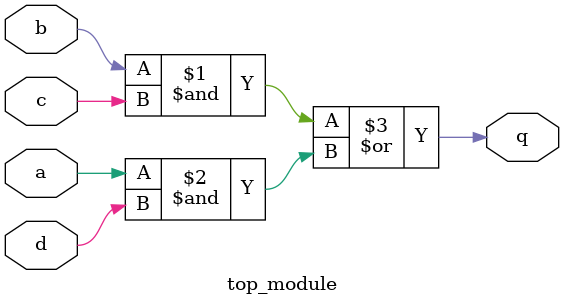
<source format=sv>
module top_module (
    input a, 
    input b, 
    input c, 
    input d,
    output q
);

assign q = (b & c) | (a & d);

endmodule

</source>
